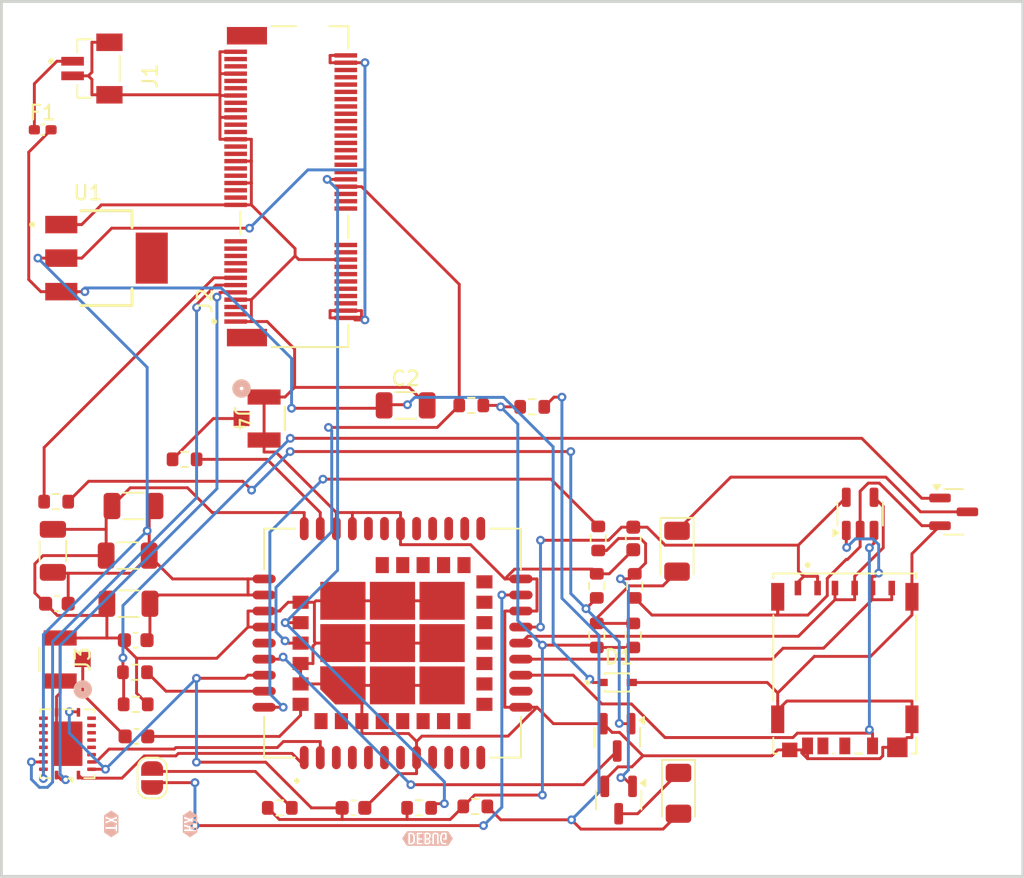
<source format=kicad_pcb>
(kicad_pcb (version 20240108) (generator "pcbnew") (generator_version "8.0")
  (layers (0 "F.Cu" signal) (31 "B.Cu" signal) (34 "B.Paste" user) (35 "F.Paste" user) (36 "B.SilkS" user "B.Silkscreen") (37 "F.SilkS" user "F.Silkscreen") (38 "B.Mask" user) (39 "F.Mask" user) (44 "Edge.Cuts" user))
  (net 0 "")
  (net 1 "GND")
  (net 3 "Net-(C7-Pad2)")
  (net 4 "GNSS_ANT")
  (net 5 "+1V8")
  (net 6 "SIM_VDD")
  (net 7 "Net-(D2-A)")
  (net 8 "Net-(D2-K)")
  (net 9 "SIM_DATA")
  (net 10 "SIM_CLK")
  (net 11 "SIM_RST")
  (net 12 "Net-(D4-K)")
  (net 13 "Net-(D4-A)")
  (net 17 "+3V3")
  (net 44 "Net-(JP1-A)")
  (net 45 "Net-(JP1-B)")
  (net 46 "Net-(Q1-B)")
  (net 47 "Net-(Q2-B)")
  (net 48 "PWR_KEY")
  (net 49 "Net-(Q3-B)")
  (net 50 "NETLIGHT")
  (net 51 "RF_ANT")
  (net 52 "SIM7080G_SCL")
  (net 53 "SIM7080G_SDA")
  (net 54 "STATUS")
  (net 55 "SIM7080G_PWR")
  (net 56 "SIM7080G_RXD")
  (net 57 "SIM7080G_TXD")
  (net 62 "UART1_RXD")
  (net 63 "UART1_TXD")
  (net 72 "Net-(J4-Pad1)")
  (net 73 "Net-(U1-INPUT)")
  (net 74 "+9V")
  (footprint "MDT420E03002:AMPHENOL_MDT420E03002" (layer "F.Cu") (at 171.125 89.1 90)
    (property "Reference" "J2")
    (property "Value" "MDT420E03002")
  )
  (footprint "Capacitor_SMD:C_0603_1608Metric" (layer "F.Cu") (at 193.1 113.225 -90)
    (property "Reference" "C12" (hide yes))
    (property "Value" "0.1uF" (hide yes))
  )
  (footprint "Resistor_SMD:R_0603_1608Metric" (layer "F.Cu") (at 186.175 104.2)
    (property "Reference" "R12" (hide yes))
    (property "Value" "100" (hide yes))
  )
  (footprint "Capacitor_SMD:C_1206_3216Metric" (layer "F.Cu") (at 158.85 111 180)
    (property "Reference" "C13" (hide yes))
    (property "Value" "100uF" (hide yes))
  )
  (footprint "NSIM_5_B:CUI_NSIM-5-B" (layer "F.Cu") (at 207.6 121.8 180)
    (property "Reference" "J5" (hide yes))
    (property "Value" "NSIM-5-B" (hide yes))
  )
  (footprint "Resistor_SMD:R_0603_1608Metric" (layer "F.Cu") (at 162.35 107.8)
    (property "Reference" "R7" (hide yes))
    (property "Value" "0K" (hide yes))
  )
  (footprint "Capacitor_SMD:C_1206_3216Metric" (layer "F.Cu") (at 153.325 114.075 90)
    (property "Reference" "C1" (hide yes))
    (property "Value" "10uF" (hide yes))
  )
  (footprint "Resistor_SMD:R_0603_1608Metric" (layer "F.Cu") (at 159 124.6 180)
    (property "Reference" "R9" (hide yes))
    (property "Value" "47K" (hide yes))
  )
  (footprint "Package_TO_SOT_SMD:SOT-23-5" (layer "F.Cu") (at 208.65 111.5375 90)
    (property "Reference" "D3" (hide yes))
    (property "Value" "ESDA6V1SC5" (hide yes))
  )
  (footprint "Package_DFN_QFN:Texas_RGY_R-PVQFN-N20_EP2.05x3.05mm" (layer "F.Cu") (at 154.325 127.3 180)
    (property "Reference" "U3" (hide yes))
    (property "Value" "TXB0108RGY" (hide yes))
  )
  (footprint "Package_TO_SOT_SMD:SOT-23" (layer "F.Cu") (at 192.1 131.1625 -90)
    (property "Reference" "Q2" (hide yes))
    (property "Value" "SS8050" (hide yes))
  )
  (footprint "BZT52C12S:DIO_BZT52C12S" (layer "F.Cu") (at 192 123.1)
    (property "Reference" "D1")
    (property "Value" "BZT52C12S")
  )
  (footprint "SIM7080G:XCVR_SIM7080G" (layer "F.Cu") (at 176.6 120.4 90)
    (property "Reference" "U2" (hide yes))
    (property "Value" "SIM7080G" (hide yes))
  )
  (footprint "LED_SMD:LED_1206_3216Metric" (layer "F.Cu") (at 196.2 130.7 -90)
    (property "Reference" "D4" (hide yes))
    (property "Value" "LED" (hide yes))
  )
  (footprint "Resistor_SMD:R_0603_1608Metric" (layer "F.Cu") (at 153.55 110.7 180)
    (property "Reference" "R15" (hide yes))
    (property "Value" "4.7K" (hide yes))
  )
  (footprint "Resistor_SMD:R_0603_1608Metric" (layer "F.Cu") (at 190.7 113.225 90)
    (property "Reference" "R13" (hide yes))
    (property "Value" "4.7K" (hide yes))
  )
  (footprint "LED_SMD:LED_1206_3216Metric" (layer "F.Cu") (at 196.1 114.1 -90)
    (property "Reference" "D2" (hide yes))
    (property "Value" "LED" (hide yes))
  )
  (footprint "Resistor_SMD:R_0603_1608Metric" (layer "F.Cu") (at 158.95 122.4)
    (property "Reference" "R6" (hide yes))
    (property "Value" "4.7K" (hide yes))
  )
  (footprint "AZ1117IH-3.3TRG1:SOT230P700X185-4N" (layer "F.Cu") (at 157 94)
    (property "Reference" "U1")
    (property "Value" "AZ1117IH-3.3TRG1")
  )
  (footprint "Capacitor_SMD:C_1206_3216Metric" (layer "F.Cu") (at 158.45 114.4 180)
    (property "Reference" "C14" (hide yes))
    (property "Value" "100uF" (hide yes))
  )
  (footprint "Capacitor_SMD:C_0603_1608Metric" (layer "F.Cu") (at 159.05 126.8 180)
    (property "Reference" "C7" (hide yes))
    (property "Value" "33pF" (hide yes))
  )
  (footprint "Resistor_SMD:R_0603_1608Metric" (layer "F.Cu") (at 193.2 116.475 90)
    (property "Reference" "R14" (hide yes))
    (property "Value" "47K" (hide yes))
  )
  (footprint "Capacitor_SMD:C_1206_3216Metric" (layer "F.Cu") (at 177.5 104.1)
    (property "Reference" "C2")
    (property "Value" "10uF")
  )
  (footprint "Resistor_SMD:R_0603_1608Metric" (layer "F.Cu") (at 182 104.1 180)
    (property "Reference" "R8" (hide yes))
    (property "Value" "1K" (hide yes))
  )
  (footprint "Capacitor_SMD:C_1206_3216Metric" (layer "F.Cu") (at 158.5 117.7 180)
    (property "Reference" "C15" (hide yes))
    (property "Value" "100uF" (hide yes))
  )
  (footprint "Package_TO_SOT_SMD:SOT-23" (layer "F.Cu") (at 192 126.8625 -90)
    (property "Reference" "Q3" (hide yes))
    (property "Value" "SS8050" (hide yes))
  )
  (footprint "CONUFL001:CONN1_CONUFL_TEC" (layer "F.Cu") (at 167.8 105 -90)
    (property "Reference" "J4")
    (property "Value" "RF Antenna")
  )
  (footprint "Jumper:SolderJumper-2_P1.3mm_Open_RoundedPad1.0x1.5mm" (layer "F.Cu") (at 160.125 129.65 -90)
    (property "Reference" "JP1" (hide yes))
    (property "Value" "SolderJumper_2_Open" (hide yes))
  )
  (footprint "BM02B-SRSS-TB_LF__SN_:JST_BM02B-SRSS-TB_LF__SN_" (layer "F.Cu") (at 157.2 81 -90)
    (property "Reference" "J1")
    (property "Value" "BM02B-SRSS-TB_LF__SN_")
  )
  (footprint "Resistor_SMD:R_0603_1608Metric" (layer "F.Cu") (at 168.875 131.7 180)
    (property "Reference" "R5" (hide yes))
    (property "Value" "10K" (hide yes))
  )
  (footprint "CONUFL001:CONN1_CONUFL_TEC" (layer "F.Cu") (at 153.825 121.525 90)
    (property "Reference" "J3")
    (property "Value" "GNSS Antenna")
  )
  (footprint "Resistor_SMD:R_0603_1608Metric" (layer "F.Cu") (at 190.6 116.475 -90)
    (property "Reference" "R16" (hide yes))
    (property "Value" "47K" (hide yes))
  )
  (footprint "Resistor_SMD:R_0603_1608Metric" (layer "F.Cu") (at 178.425 131.7)
    (property "Reference" "R10" (hide yes))
    (property "Value" "1K" (hide yes))
  )
  (footprint "Resistor_SMD:R_0603_1608Metric" (layer "F.Cu") (at 190.6 119.875 90)
    (property "Reference" "R3" (hide yes))
    (property "Value" "100" (hide yes))
  )
  (footprint "Capacitor_SMD:C_0603_1608Metric" (layer "F.Cu") (at 159 120.2 180)
    (property "Reference" "C16" (hide yes))
    (property "Value" "1uF" (hide yes))
  )
  (footprint "Package_TO_SOT_SMD:SOT-23" (layer "F.Cu") (at 215.0625 111.4)
    (property "Reference" "Q1" (hide yes))
    (property "Value" "SS8050" (hide yes))
  )
  (footprint "Resistor_SMD:R_0603_1608Metric" (layer "F.Cu") (at 182.275 131.6)
    (property "Reference" "R11" (hide yes))
    (property "Value" "100" (hide yes))
  )
  (footprint "Capacitor_SMD:C_0603_1608Metric" (layer "F.Cu") (at 153.6 117.7 180)
    (property "Reference" "C11" (hide yes))
    (property "Value" "0.1uF" (hide yes))
  )
  (footprint "Capacitor_SMD:C_0603_1608Metric" (layer "F.Cu") (at 173.925 131.7)
    (property "Reference" "C10" (hide yes))
    (property "Value" "0.1uF" (hide yes))
  )
  (footprint "Fuse:Fuse_0402_1005Metric_Pad0.77x0.64mm_HandSolder" (layer "F.Cu") (at 152.6275 85.2)
    (property "Reference" "F1")
    (property "Value" "Fuse")
  )
  (footprint "Resistor_SMD:R_0603_1608Metric" (layer "F.Cu") (at 193.1 119.875 90)
    (property "Reference" "R4" (hide yes))
    (property "Value" "100" (hide yes))
  )
  (footprint "kibuzzard-6729E0DB" (layer "B.Cu") (at 179 133.8)
    (property "Reference" "kibuzzard-6729E0DB" (hide yes))
    (property "Value" "G***" (hide yes))
  )
  (footprint "kibuzzard-6729E0B5" (layer "B.Cu") (at 162.725 132.8 90)
    (property "Reference" "kibuzzard-6729E0B5" (hide yes))
    (property "Value" "G***" (hide yes))
  )
  (footprint "kibuzzard-6729E0D0" (layer "B.Cu") (at 157.325 132.8 90)
    (property "Reference" "kibuzzard-6729E0D0" (hide yes))
    (property "Value" "G***" (hide yes))
  )
  (gr_rect (start 149.8 76.4) (end 219.8 136.4) (stroke (width 0.2)) (fill none) (layer "Edge.Cuts"))
  (segment (start 157.2 79.2) (end 155.9983 79.2) (width 0.2) (layer "F.Cu") (net 1))
  (segment (start 185.4 116) (end 186.5017 116) (width 0.2) (layer "F.Cu") (net 1))
  (segment (start 166.338 90.35) (end 166.8259 90.35) (width 0.2) (layer "F.Cu") (net 1))
  (segment (start 170.3 117.6) (end 169.4483 117.6) (width 0.2) (layer "F.Cu") (net 1))
  (segment (start 165.85 81.35) (end 164.7733 81.35) (width 0.2) (layer "F.Cu") (net 1))
  (segment (start 178.25 127.1498) (end 178.25 127.1483) (width 0.2) (layer "F.Cu") (net 1))
  (segment (start 157.025 120.05) (end 157.025 118.5035) (width 0.2) (layer "F.Cu") (net 1))
  (segment (start 202.2795 123.1) (end 203 123.8205) (width 0.2) (layer "F.Cu") (net 1))
  (segment (start 173.2 120.4) (end 171.3483 120.4) (width 0.2) (layer "F.Cu") (net 1))
  (segment (start 178.25 129.3517) (end 177.0483 129.3517) (width 0.2) (layer "F.Cu") (net 1))
  (segment (start 169.8913 102.8657) (end 169.232 103.525) (width 0.2) (layer "F.Cu") (net 1))
  (segment (start 167.8 118.2) (end 166.6983 118.2) (width 0.2) (layer "F.Cu") (net 1))
  (segment (start 152.6507 114.4) (end 156.975 114.4) (width 0.2) (layer "F.Cu") (net 1))
  (segment (start 205.5079 121.3127) (end 209.364 121.3127) (width 0.2) (layer "F.Cu") (net 1))
  (segment (start 176.6 120.4) (end 180 120.4) (width 0.2) (layer "F.Cu") (net 1))
  (segment (start 187.6267 125.925) (end 186.5017 124.8) (width 0.2) (layer "F.Cu") (net 1))
  (segment (start 186.5017 118.2) (end 186.5017 116) (width 0.2) (layer "F.Cu") (net 1))
  (segment (start 204.6517 127.725) (end 204.6517 127.9334) (width 0.2) (layer "F.Cu") (net 1))
  (segment (start 164.5567 121.4416) (end 159.0594 121.4416) (width 0.2) (layer "F.Cu") (net 1))
  (segment (start 193 123.1) (end 202.2795 123.1) (width 0.2) (layer "F.Cu") (net 1))
  (segment (start 155.7517 81.5) (end 155.9983 81.2534) (width 0.2) (layer "F.Cu") (net 1))
  (segment (start 168.0053 98.35) (end 169.8913 100.236) (width 0.2) (layer "F.Cu") (net 1))
  (segment (start 152.825 117.7) (end 152.0891 116.9641) (width 0.2) (layer "F.Cu") (net 1))
  (segment (start 210.0042 128.3267) (end 205.045 128.3267) (width 0.2) (layer "F.Cu") (net 1))
  (segment (start 165.85 87.35) (end 166.8259 87.35) (width 0.2) (layer "F.Cu") (net 1))
  (segment (start 166.9267 85.85) (end 166.9267 87.3485) (width 0.2) (layer "F.Cu") (net 1))
  (segment (start 205.0689 118.4767) (end 203 118.4767) (width 0.2) (layer "F.Cu") (net 1))
  (segment (start 185.4172 124.8) (end 185.4 124.8) (width 0.2) (layer "F.Cu") (net 1))
  (segment (start 173.85 111.4483) (end 177.15 111.4483) (width 0.2) (layer "F.Cu") (net 1))
  (segment (start 178.975 104.1) (end 177.7407 102.8657) (width 0.2) (layer "F.Cu") (net 1))
  (segment (start 167.8 103.525) (end 169.232 103.525) (width 0.2) (layer "F.Cu") (net 1))
  (segment (start 173.2 123.3) (end 174.5 123.3) (width 0.2) (layer "F.Cu") (net 1))
  (segment (start 208.65 112.675) (end 208.65 113.7942) (width 0.2) (layer "F.Cu") (net 1))
  (segment (start 173.85 112.55) (end 173.85 111.4483) (width 0.2) (layer "F.Cu") (net 1))
  (segment (start 211.8733 126.8767) (end 211.2 127.55) (width 0.2) (layer "F.Cu") (net 1))
  (segment (start 174.5 125.75) (end 174.5 126.6017) (width 0.2) (layer "F.Cu") (net 1))
  (segment (start 166.9267 98.35) (end 168.0053 98.35) (width 0.2) (layer "F.Cu") (net 1))
  (segment (start 155.9983 81.2534) (end 155.9983 79.2) (width 0.2) (layer "F.Cu") (net 1))
  (segment (start 193.7649 128.1272) (end 202.5961 128.1272) (width 0.2) (layer "F.Cu") (net 1))
  (segment (start 169.9252 93.85) (end 170.1752 94.1) (width 0.2) (layer "F.Cu") (net 1))
  (segment (start 203 124.9991) (end 203.6258 124.3733) (width 0.2) (layer "F.Cu") (net 1))
  (segment (start 191.6502 126.5252) (end 192.1629 126.5252) (width 0.2) (layer "F.Cu") (net 1))
  (segment (start 171.1517 120.5966) (end 171.3483 120.4) (width 0.2) (layer "F.Cu") (net 1))
  (segment (start 153.575 126.55) (end 154.325 127.3) (width 0.2) (layer "F.Cu") (net 1))
  (segment (start 166.8259 90.35) (end 166.9267 90.35) (width 0.2) (layer "F.Cu") (net 1))
  (segment (start 159.0594 123.8344) (end 159.825 124.6) (width 0.2) (layer "F.Cu") (net 1))
  (segment (start 185.4 118.2) (end 184.2983 118.2) (width 0.2) (layer "F.Cu") (net 1))
  (segment (start 158.225 120.6072) (end 158.225 120.2) (width 0.2) (layer "F.Cu") (net 1))
  (segment (start 177.15 112.55) (end 177.15 113.6517) (width 0.2) (layer "F.Cu") (net 1))
  (segment (start 212.2 117.225) (end 212.2 118.4767) (width 0.2) (layer "F.Cu") (net 1))
  (segment (start 156.5992 82.8) (end 157.2 82.8) (width 0.2) (layer "F.Cu") (net 1))
  (segment (start 211.2 127.55) (end 210.1983 127.55) (width 0.2) (layer "F.Cu") (net 1))
  (segment (start 165.85 84.35) (end 164.7748 84.35) (width 0.2) (layer "F.Cu") (net 1))
  (segment (start 184.9731 115.3252) (end 184.2983 116) (width 0.2) (layer "F.Cu") (net 1))
  (segment (start 192.1629 126.5252) (end 193.7649 128.1272) (width 0.2) (layer "F.Cu") (net 1))
  (segment (start 168.5991 107.2974) (end 167.8 107.2974) (width 0.2) (layer "F.Cu") (net 1))
  (segment (start 191.45 115.65) (end 193.1 114) (width 0.2) (layer "F.Cu") (net 1))
  (segment (start 210.1983 128.1326) (end 210.0042 128.3267) (width 0.2) (layer "F.Cu") (net 1))
  (segment (start 153.575 125.15) (end 153.575 126.55) (width 0.2) (layer "F.Cu") (net 1))
  (segment (start 164.7748 84.35) (end 164.7733 84.35) (width 0.2) (layer "F.Cu") (net 1))
  (segment (start 209.962 109.4276) (end 212.8844 112.35) (width 0.2) (layer "F.Cu") (net 1))
  (segment (start 167.8 118.2) (end 168.9017 118.2) (width 0.2) (layer "F.Cu") (net 1))
  (segment (start 178.25 127.2491) (end 178.25 127.1498) (width 0.2) (layer "F.Cu") (net 1))
  (segment (start 166.3884 85.85) (end 165.85 85.85) (width 0.2) (layer "F.Cu") (net 1))
  (segment (start 203.825 127.725) (end 204.6517 127.725) (width 0.2) (layer "F.Cu") (net 1))
  (segment (start 153.575 124.0724) (end 153.575 125.15) (width 0.2) (layer "F.Cu") (net 1))
  (segment (start 207.6935 114.6644) (end 206.3983 115.9596) (width 0.2) (layer "F.Cu") (net 1))
  (segment (start 212.2 126.8767) (end 211.8733 126.8767) (width 0.2) (layer "F.Cu") (net 1))
  (segment (start 165.85 90.35) (end 156.6517 90.35) (width 0.2) (layer "F.Cu") (net 1))
  (segment (start 185.4172 124.8) (end 186.5017 124.8) (width 0.2) (layer "F.Cu") (net 1))
  (segment (start 193.0059 128.8862) (end 193.7649 128.1272) (width 0.2) (layer "F.Cu") (net 1))
  (segment (start 164.7733 82.8) (end 164.7733 81.35) (width 0.2) (layer "F.Cu") (net 1))
  (segment (start 205.045 127.45) (end 205.045 128.3267) (width 0.2) (layer "F.Cu") (net 1))
  (segment (start 209.364 121.3127) (end 212.2 118.4767) (width 0.2) (layer "F.Cu") (net 1))
  (segment (start 156.5992 82.8) (end 155.9983 82.8) (width 0.2) (layer "F.Cu") (net 1))
  (segment (start 208.65 112.675) (end 208.65 109.9861) (width 0.2) (layer "F.Cu") (net 1))
  (segment (start 204.6517 127.9334) (end 205.045 128.3267) (width 0.2) (layer "F.Cu") (net 1))
  (segment (start 156.6517 90.35) (end 155.3017 91.7) (width 0.2) (layer "F.Cu") (net 1))
  (segment (start 159.0594 121.4416) (end 158.225 120.6072) (width 0.2) (layer "F.Cu") (net 1))
  (segment (start 212.2 114.275) (end 212.2 117.225) (width 0.2) (layer "F.Cu") (net 1))
  (segment (start 166.9252 87.35) (end 166.9267 87.35) (width 0.2) (layer "F.Cu") (net 1))
  (segment (start 166.9267 98.35) (end 166.9267 96.85) (width 0.2) (layer "F.Cu") (net 1))
  (segment (start 170.3 121.8) (end 170.3 122.5517) (width 0.2) (layer "F.Cu") (net 1))
  (segment (start 178.25 128.2328) (end 178.25 128.25) (width 0.2) (layer "F.Cu") (net 1))
  (segment (start 203.825 127.725) (end 202.9983 127.725) (width 0.2) (layer "F.Cu") (net 1))
  (segment (start 168.9017 118.2) (end 168.9017 118.1466) (width 0.2) (layer "F.Cu") (net 1))
  (segment (start 171.2483 117.6) (end 171.2483 120.3) (width 0.2) (layer "F.Cu") (net 1))
  (segment (start 167.8 106.475) (end 167.8 103.525) (width 0.2) (layer "F.Cu") (net 1))
  (segment (start 153.825 123.8224) (end 153.575 124.0724) (width 0.2) (layer "F.Cu") (net 1))
  (segment (start 184.2983 124.8) (end 184.2983 118.2) (width 0.2) (layer "F.Cu") (net 1))
  (segment (start 203 125.625) (end 203 124.9991) (width 0.2) (layer "F.Cu") (net 1))
  (segment (start 166.8259 96.85) (end 166.9252 96.85) (width 0.2) (layer "F.Cu") (net 1))
  (segment (start 169.9252 93.3485) (end 166.9267 90.35) (width 0.2) (layer "F.Cu") (net 1))
  (segment (start 184.5222 126.7795) (end 186.5017 124.8) (width 0.2) (layer "F.Cu") (net 1))
  (segment (start 203 118.4767) (end 194.3767 118.4767) (width 0.2) (layer "F.Cu") (net 1))
  (segment (start 170.55 112.55) (end 170.55 111.4483) (width 0.2) (layer "F.Cu") (net 1))
  (segment (start 165.85 98.35) (end 166.9267 98.35) (width 0.2) (layer "F.Cu") (net 1))
  (segment (start 210.1983 127.55) (end 210.1983 128.1326) (width 0.2) (layer "F.Cu") (net 1))
  (segment (start 185.4 116) (end 184.2983 116) (width 0.2) (layer "F.Cu") (net 1))
  (segment (start 158.075 120.05) (end 157.025 120.05) (width 0.2) (layer "F.Cu") (net 1))
  (segment (start 153.6285 118.5035) (end 152.825 117.7) (width 0.2) (layer "F.Cu") (net 1))
  (segment (start 173.1 123.2) (end 173.2 123.3) (width 0.2) (layer "F.Cu") (net 1))
  (segment (start 165.85 82.85) (end 164.775 82.85) (width 0.2) (layer "F.Cu") (net 1))
  (segment (start 202.5961 128.1272) (end 202.9983 127.725) (width 0.2) (layer "F.Cu") (net 1))
  (segment (start 167.8 119.3) (end 166.6983 119.3) (width 0.2) (layer "F.Cu") (net 1))
  (segment (start 214.125 112.35) (end 212.2 114.275) (width 0.2) (layer "F.Cu") (net 1))
  (segment (start 157.025 118.5035) (end 157.025 117.7) (width 0.2) (layer "F.Cu") (net 1))
  (segment (start 194.3767 118.4767) (end 193.2 117.3) (width 0.2) (layer "F.Cu") (net 1))
  (segment (start 173.2 117.5) (end 171.3483 117.5) (width 0.2) (layer "F.Cu") (net 1))
  (segment (start 207.7798 114.6644) (end 207.6935 114.6644) (width 0.2) (layer "F.Cu") (net 1))
  (segment (start 166.6983 119.3) (end 164.5567 121.4416) (width 0.2) (layer "F.Cu") (net 1))
  (segment (start 177.15 113.6517) (end 181.95 113.6517) (width 0.2) (layer "F.Cu") (net 1))
  (segment (start 166.9267 88.85) (end 166.9267 90.35) (width 0.2) (layer "F.Cu") (net 1))
  (segment (start 166.8259 87.35) (end 166.9252 87.35) (width 0.2) (layer "F.Cu") (net 1))
  (segment (start 203 124.9991) (end 203 124.3733) (width 0.2) (layer "F.Cu") (net 1))
  (segment (start 153.825 120.05) (end 155.257 120.05) (width 0.2) (layer "F.Cu") (net 1))
  (segment (start 209.2085 109.4276) (end 209.962 109.4276) (width 0.2) (layer "F.Cu") (net 1))
  (segment (start 155.9983 82.8) (end 155.9983 81.7466) (width 0.2) (layer "F.Cu") (net 1))
  (segment (start 158.624 109.751) (end 157.375 111) (width 0.2) (layer "F.Cu") (net 1))
  (segment (start 165.85 96.85) (end 166.8259 96.85) (width 0.2) (layer "F.Cu") (net 1))
  (segment (start 154.675 81.5) (end 155.7517 81.5) (width 0.2) (layer "F.Cu") (net 1))
  (segment (start 192.0559 128.8862) (end 193.0059 128.8862) (width 0.2) (layer "F.Cu") (net 1))
  (segment (start 185.4 118.2) (end 186.5017 118.2) (width 0.2) (layer "F.Cu") (net 1))
  (segment (start 180 123.3) (end 176.6 123.3) (width 0.2) (layer "F.Cu") (net 1))
  (segment (start 172.75 111.4483) (end 173.85 111.4483) (width 0.2) (layer "F.Cu") (net 1))
  (segment (start 153.825 123) (end 153.825 123.8224) (width 0.2) (layer "F.Cu") (net 1))
  (segment (start 169.8913 100.236) (end 169.8913 102.8657) (width 0.2) (layer "F.Cu") (net 1))
  (segment (start 153.9 91.7) (end 155.3017 91.7) (width 0.2) (layer "F.Cu") (net 1))
  (segment (start 166.3884 85.85) (end 166.9267 85.85) (width 0.2) (layer "F.Cu") (net 1))
  (segment (start 166.9252 96.85) (end 166.9267 96.85) (width 0.2) (layer "F.Cu") (net 1))
  (segment (start 191.05 125.925) (end 191.6502 126.5252) (width 0.2) (layer "F.Cu") (net 1))
  (segment (start 159.0594 121.4416) (end 159.0594 123.8344) (width 0.2) (layer "F.Cu") (net 1))
  (segment (start 190.6 115.65) (end 191.45 115.65) (width 0.2) (layer "F.Cu") (net 1))
  (segment (start 203 123.8205) (end 203 124.3733) (width 0.2) (layer "F.Cu") (net 1))
  (segment (start 173.2 117.5) (end 176.6 117.5) (width 0.2) (layer "F.Cu") (net 1))
  (segment (start 173.2 120.4) (end 176.6 120.4) (width 0.2) (layer "F.Cu") (net 1))
  (segment (start 177.7034 126.6017) (end 178.25 127.1483) (width 0.2) (layer "F.Cu") (net 1))
  (segment (start 178.25 128.2328) (end 178.25 127.2491) (width 0.2) (layer "F.Cu") (net 1))
  (segment (start 170.3 121.8) (end 171.1517 121.8) (width 0.2) (layer "F.Cu") (net 1))
  (segment (start 153.825 120.05) (end 153.825 123) (width 0.2) (layer "F.Cu") (net 1))
  (segment (start 166.338 90.35) (end 165.85 90.35) (width 0.2) (layer "F.Cu") (net 1))
  (segment (start 165.85 88.85) (end 166.8259 88.85) (width 0.2) (layer "F.Cu") (net 1))
  (segment (start 174.5 123.3) (end 174.5 125.75) (width 0.2) (layer "F.Cu") (net 1))
  (segment (start 208.65 113.7942) (end 207.7798 114.6644) (width 0.2) (layer "F.Cu") (net 1))
  (segment (start 165.85 85.85) (end 164.7733 85.85) (width 0.2) (layer "F.Cu") (net 1))
  (segment (start 212.2 125.625) (end 212.2 124.3733) (width 0.2) (layer "F.Cu") (net 1))
  (segment (start 158.225 120.2) (end 158.075 120.05) (width 0.2) (layer "F.Cu") (net 1))
  (segment (start 203 117.225) (end 203 118.4767) (width 0.2) (layer "F.Cu") (net 1))
  (segment (start 181.95 113.6517) (end 184.2983 116) (width 0.2) (layer "F.Cu") (net 1))
  (segment (start 205.5079 121.3126) (end 205.5079 121.3127) (width 0.2) (layer "F.Cu") (net 1))
  (segment (start 152.0891 116.9641) (end 152.0891 114.9616) (width 0.2) (layer "F.Cu") (net 1))
  (segment (start 166.9252 96.85) (end 169.9252 93.85) (width 0.2) (layer "F.Cu") (net 1))
  (segment (start 185.4 124.8) (end 184.2983 124.8) (width 0.2) (layer "F.Cu") (net 1))
  (segment (start 156.975 114.4) (end 156.975 112.6) (width 0.2) (layer "F.Cu") (net 1))
  (segment (start 168.9017 118.1466) (end 169.4483 117.6) (width 0.2) (layer "F.Cu") (net 1))
  (segment (start 166.6983 118.2) (end 166.6983 119.3) (width 0.2) (layer "F.Cu") (net 1))
  (segment (start 206.3983 117.1473) (end 205.0689 118.4767) (width 0.2) (layer "F.Cu") (net 1))
  (segment (start 178.6203 126.7795) (end 184.5222 126.7795) (width 0.2) (layer "F.Cu") (net 1))
  (segment (start 157.025 118.5035) (end 153.6285 118.5035) (width 0.2) (layer "F.Cu") (net 1))
  (segment (start 164.7733 81.35) (end 164.7733 79.85) (width 0.2) (layer "F.Cu") (net 1))
  (segment (start 171.2483 120.3) (end 171.3483 120.4) (width 0.2) (layer "F.Cu") (net 1))
  (segment (start 178.25 127.1498) (end 178.6203 126.7795) (width 0.2) (layer "F.Cu") (net 1))
  (segment (start 212.2 125.625) (end 212.2 126.8767) (width 0.2) (layer "F.Cu") (net 1))
  (segment (start 177.15 112.55) (end 177.15 111.4483) (width 0.2) (layer "F.Cu") (net 1))
  (segment (start 170.3 117.6) (end 171.2483 117.6) (width 0.2) (layer "F.Cu") (net 1))
  (segment (start 191.15 130.225) (end 191.15 129.7921) (width 0.2) (layer "F.Cu") (net 1))
  (segment (start 191.05 125.925) (end 187.6267 125.925) (width 0.2) (layer "F.Cu") (net 1))
  (segment (start 164.2443 111.4483) (end 162.547 109.751) (width 0.2) (layer "F.Cu") (net 1))
  (segment (start 156.975 112.6) (end 156.975 111.4) (width 0.2) (layer "F.Cu") (net 1))
  (segment (start 203 123.8205) (end 205.5079 121.3126) (width 0.2) (layer "F.Cu") (net 1))
  (segment (start 206.3983 115.9596) (end 206.3983 117.1473) (width 0.2) (layer "F.Cu") (net 1))
  (segment (start 170.3 123.2) (end 173.1 123.2) (width 0.2) (layer "F.Cu") (net 1))
  (segment (start 156.975 111.4) (end 157.375 111) (width 0.2) (layer "F.Cu") (net 1))
  (segment (start 162.547 109.751) (end 158.624 109.751) (width 0.2) (layer "F.Cu") (net 1))
  (segment (start 164.7733 82.8483) (end 164.7733 82.8) (width 0.2) (layer "F.Cu") (net 1))
  (segment (start 153.325 112.6) (end 156.975 112.6) (width 0.2) (layer "F.Cu") (net 1))
  (segment (start 170.55 111.4483) (end 164.2443 111.4483) (width 0.2) (layer "F.Cu") (net 1))
  (segment (start 166.9267 87.3485) (end 166.9252 87.35) (width 0.2) (layer "F.Cu") (net 1))
  (segment (start 180 117.5) (end 176.6 117.5) (width 0.2) (layer "F.Cu") (net 1))
  (segment (start 166.9267 88.8485) (end 166.9252 88.85) (width 0.2) (layer "F.Cu") (net 1))
  (segment (start 190.6 115.65) (end 190.2752 115.3252) (width 0.2) (layer "F.Cu") (net 1))
  (segment (start 166.9252 88.85) (end 166.9267 88.85) (width 0.2) (layer "F.Cu") (net 1))
  (segment (start 155.9983 81.7466) (end 155.7517 81.5) (width 0.2) (layer "F.Cu") (net 1))
  (segment (start 169.9252 93.85) (end 169.9252 93.3485) (width 0.2) (layer "F.Cu") (net 1))
  (segment (start 171.2483 117.6) (end 171.3483 117.5) (width 0.2) (layer "F.Cu") (net 1))
  (segment (start 167.8 106.475) (end 167.8 107.2974) (width 0.2) (layer "F.Cu") (net 1))
  (segment (start 164.7733 84.3515) (end 164.7748 84.35) (width 0.2) (layer "F.Cu") (net 1))
  (segment (start 174.5 126.6017) (end 177.7034 126.6017) (width 0.2) (layer "F.Cu") (net 1))
  (segment (start 164.775 82.85) (end 164.7733 82.8517) (width 0.2) (layer "F.Cu") (net 1))
  (segment (start 178.25 128.25) (end 178.25 129.3517) (width 0.2) (layer "F.Cu") (net 1))
  (segment (start 157.2 82.8) (end 164.7733 82.8) (width 0.2) (layer "F.Cu") (net 1))
  (segment (start 174.5 123.3) (end 176.6 123.3) (width 0.2) (layer "F.Cu") (net 1))
  (segment (start 208.65 109.9861) (end 209.2085 109.4276) (width 0.2) (layer "F.Cu") (net 1))
  (segment (start 164.775 82.85) (end 164.7733 82.8483) (width 0.2) (layer "F.Cu") (net 1))
  (segment (start 171.1517 121.8) (end 171.1517 120.5966) (width 0.2) (layer "F.Cu") (net 1))
  (segment (start 191.15 129.7921) (end 192.0559 128.8862) (width 0.2) (layer "F.Cu") (net 1))
  (segment (start 170.1752 94.1) (end 173.4 94.1) (width 0.2) (layer "F.Cu") (net 1))
  (segment (start 157.025 120.05) (end 155.257 120.05) (width 0.2) (layer "F.Cu") (net 1))
  (segment (start 203.6258 124.3733) (end 212.2 124.3733) (width 0.2) (layer "F.Cu") (net 1))
  (segment (start 177.0483 129.3517) (end 174.7 131.7) (width 0.2) (layer "F.Cu") (net 1))
  (segment (start 203 117.225) (end 203 118.4767) (width 0.2) (layer "F.Cu") (net 1))
  (segment (start 172.75 111.4483) (end 168.5991 107.2974) (width 0.2) (layer "F.Cu") (net 1))
  (segment (start 164.7733 85.85) (end 164.7733 84.3515) (width 0.2) (layer "F.Cu") (net 1))
  (segment (start 164.7733 82.8517) (end 164.7733 84.35) (width 0.2) (layer "F.Cu") (net 1))
  (segment (start 165.85 79.85) (end 164.7733 79.85) (width 0.2) (layer "F.Cu") (net 1))
  (segment (start 212.8844 112.35) (end 214.125 112.35) (width 0.2) (layer "F.Cu") (net 1))
  (segment (start 166.9267 87.35) (end 166.9267 88.8485) (width 0.2) (layer "F.Cu") (net 1))
  (segment (start 166.8259 88.85) (end 166.9252 88.85) (width 0.2) (layer "F.Cu") (net 1))
  (segment (start 170.3 123.2) (end 170.3 122.5517) (width 0.2) (layer "F.Cu") (net 1))
  (segment (start 177.7407 102.8657) (end 169.8913 102.8657) (width 0.2) (layer "F.Cu") (net 1))
  (segment (start 152.0891 114.9616) (end 152.6507 114.4) (width 0.2) (layer "F.Cu") (net 1))
  (segment (start 172.75 112.55) (end 172.75 111.5491) (width 0.2) (layer "F.Cu") (net 1))
  (segment (start 172.75 111.5491) (end 172.75 111.4483) (width 0.2) (layer "F.Cu") (net 1))
  (segment (start 190.2752 115.3252) (end 184.9731 115.3252) (width 0.2) (layer "F.Cu") (net 1))
  (segment (start 155.3696 121.525) (end 155.3696 122.3474) (width 0.2) (layer "F.Cu") (net 3))
  (segment (start 158.275 126.8) (end 155.3696 123.8946) (width 0.2) (layer "F.Cu") (net 3))
  (segment (start 155.3696 123.8946) (end 155.3696 122.3474) (width 0.2) (layer "F.Cu") (net 3))
  (segment (start 170.3 124.6) (end 170.3 125.3517) (width 0.2) (layer "F.Cu") (net 4))
  (segment (start 170.3 125.3517) (end 168.8517 126.8) (width 0.2) (layer "F.Cu") (net 4))
  (segment (start 168.8517 126.8) (end 159.825 126.8) (width 0.2) (layer "F.Cu") (net 4))
  (segment (start 166.6983 122.6) (end 166.4859 122.8124) (width 0.2) (layer "F.Cu") (net 5))
  (segment (start 182.2275 130.8225) (end 186.8727 130.8225) (width 0.2) (layer "F.Cu") (net 5))
  (segment (start 180.5558 132.4942) (end 177.6 132.4942) (width 0.2) (layer "F.Cu") (net 5))
  (segment (start 166.4859 122.8124) (end 163.165 122.8124) (width 0.2) (layer "F.Cu") (net 5))
  (segment (start 185.35 104.2) (end 184.0113 104.2) (width 0.2) (layer "F.Cu") (net 5))
  (segment (start 190.439 120.539) (end 186.8727 120.539) (width 0.2) (layer "F.Cu") (net 5))
  (segment (start 173.15 132.4942) (end 168.8442 132.4942) (width 0.2) (layer "F.Cu") (net 5))
  (segment (start 177.6 132.4942) (end 173.15 132.4942) (width 0.2) (layer "F.Cu") (net 5))
  (segment (start 168.8442 132.4942) (end 168.05 131.7) (width 0.2) (layer "F.Cu") (net 5))
  (segment (start 167.9092 128.5672) (end 163.165 128.5672) (width 0.2) (layer "F.Cu") (net 5))
  (segment (start 190.6 120.7) (end 190.439 120.539) (width 0.2) (layer "F.Cu") (net 5))
  (segment (start 171.042 131.7) (end 167.9092 128.5672) (width 0.2) (layer "F.Cu") (net 5))
  (segment (start 156.9274 129.05) (end 155.975 129.05) (width 0.2) (layer "F.Cu") (net 5))
  (segment (start 181.45 131.6) (end 182.2275 130.8225) (width 0.2) (layer "F.Cu") (net 5))
  (segment (start 177.6 132.4942) (end 177.6 131.7) (width 0.2) (layer "F.Cu") (net 5))
  (segment (start 193.1 120.7) (end 190.6 120.7) (width 0.2) (layer "F.Cu") (net 5))
  (segment (start 155.075 125.15) (end 155.0373 125.1123) (width 0.2) (layer "F.Cu") (net 5))
  (segment (start 183.9113 104.1) (end 182.825 104.1) (width 0.2) (layer "F.Cu") (net 5))
  (segment (start 173.15 131.7) (end 171.042 131.7) (width 0.2) (layer "F.Cu") (net 5))
  (segment (start 155.0373 125.1123) (end 154.4514 125.1123) (width 0.2) (layer "F.Cu") (net 5))
  (segment (start 167.8 122.6) (end 166.6983 122.6) (width 0.2) (layer "F.Cu") (net 5))
  (segment (start 184.0113 104.2) (end 183.9113 104.1) (width 0.2) (layer "F.Cu") (net 5))
  (segment (start 173.15 131.7) (end 173.15 132.4942) (width 0.2) (layer "F.Cu") (net 5))
  (segment (start 181.45 131.6) (end 180.5558 132.4942) (width 0.2) (layer "F.Cu") (net 5))
  (via (at 184.0113 104.2) (size 0.6) (drill 0.3) (layers "F.Cu" "B.Cu") (net 5))
  (via (at 156.9274 129.05) (size 0.6) (drill 0.3) (layers "F.Cu" "B.Cu") (net 5))
  (via (at 186.8727 130.8225) (size 0.6) (drill 0.3) (layers "F.Cu" "B.Cu") (net 5))
  (via (at 163.165 128.5672) (size 0.6) (drill 0.3) (layers "F.Cu" "B.Cu") (net 5))
  (via (at 154.4514 125.1123) (size 0.6) (drill 0.3) (layers "F.Cu" "B.Cu") (net 5))
  (via (at 163.165 122.8124) (size 0.6) (drill 0.3) (layers "F.Cu" "B.Cu") (net 5))
  (via (at 186.8727 120.539) (size 0.6) (drill 0.3) (layers "F.Cu" "B.Cu") (net 5))
  (segment (start 185.1878 118.8541) (end 186.8727 120.539) (width 0.2) (layer "B.Cu") (net 5))
  (segment (start 163.165 122.8124) (end 156.9274 129.05) (width 0.2) (layer "B.Cu") (net 5))
  (segment (start 186.8727 120.539) (end 186.8727 130.8225) (width 0.2) (layer "B.Cu") (net 5))
  (segment (start 163.165 122.8124) (end 163.165 128.5672) (width 0.2) (layer "B.Cu") (net 5))
  (segment (start 185.1878 105.3765) (end 185.1878 118.8541) (width 0.2) (layer "B.Cu") (net 5))
  (segment (start 154.4514 126.574) (end 154.4514 125.1123) (width 0.2) (layer "B.Cu") (net 5))
  (segment (start 156.9274 129.05) (end 154.4514 126.574) (width 0.2) (layer "B.Cu") (net 5))
  (segment (start 184.0113 104.2) (end 185.1878 105.3765) (width 0.2) (layer "B.Cu") (net 5))
  (segment (start 205.735 115.9991) (end 205.735 115.9748) (width 0.2) (layer "F.Cu") (net 6))
  (segment (start 193.1 112.45) (end 192.2998 112.45) (width 0.2) (layer "F.Cu") (net 6))
  (segment (start 193.1 112.45) (end 194.0499 112.45) (width 0.2) (layer "F.Cu") (net 6))
  (segment (start 205.735 116.625) (end 205.735 115.9991) (width 0.2) (layer "F.Cu") (net 6))
  (segment (start 204.385 116.625) (end 204.385 116.2241) (width 0.2) (layer "F.Cu") (net 6))
  (segment (start 191.4023 113.3475) (end 186.7434 113.3475) (width 0.2) (layer "F.Cu") (net 6))
  (segment (start 204.4178 113.6822) (end 207.7 110.4) (width 0.2) (layer "F.Cu") (net 6))
  (segment (start 186.7434 119.3) (end 185.4 119.3) (width 0.2) (layer "F.Cu") (net 6))
  (segment (start 204.385 116.2241) (end 204.7858 115.8233) (width 0.2) (layer "F.Cu") (net 6))
  (segment (start 204.4178 115.4553) (end 204.7858 115.8233) (width 0.2) (layer "F.Cu") (net 6))
  (segment (start 192.2998 112.45) (end 191.4023 113.3475) (width 0.2) (layer "F.Cu") (net 6))
  (segment (start 204.4178 113.6822) (end 204.4178 115.4553) (width 0.2) (layer "F.Cu") (net 6))
  (segment (start 204.7858 115.8233) (end 205.735 115.8233) (width 0.2) (layer "F.Cu") (net 6))
  (segment (start 205.735 115.9748) (end 205.735 115.8233) (width 0.2) (layer "F.Cu") (net 6))
  (segment (start 194.0499 112.45) (end 195.2821 113.6822) (width 0.2) (layer "F.Cu") (net 6))
  (segment (start 195.2821 113.6822) (end 204.4178 113.6822) (width 0.2) (layer "F.Cu") (net 6))
  (via (at 186.7434 113.3475) (size 0.6) (drill 0.3) (layers "F.Cu" "B.Cu") (net 6))
  (via (at 186.7434 119.3) (size 0.6) (drill 0.3) (layers "F.Cu" "B.Cu") (net 6))
  (segment (start 186.7434 119.3) (end 186.7434 113.3475) (width 0.2) (layer "B.Cu") (net 6))
  (segment (start 195.125 116.475) (end 196.1 115.5) (width 0.2) (layer "F.Cu") (net 7))
  (segment (start 190.6 118.6855) (end 192.8105 116.475) (width 0.2) (layer "F.Cu") (net 7))
  (segment (start 190.6 119.05) (end 190.6 118.6855) (width 0.2) (layer "F.Cu") (net 7))
  (segment (start 193.1 119.05) (end 190.6 119.05) (width 0.2) (layer "F.Cu") (net 7))
  (segment (start 192.8105 116.475) (end 195.125 116.475) (width 0.2) (layer "F.Cu") (net 7))
  (segment (start 212.7915 111.4) (end 210.4098 109.0183) (width 0.2) (layer "F.Cu") (net 8))
  (segment (start 216 111.4) (end 212.7915 111.4) (width 0.2) (layer "F.Cu") (net 8))
  (segment (start 210.4098 109.0183) (end 199.7817 109.0183) (width 0.2) (layer "F.Cu") (net 8))
  (segment (start 199.7817 109.0183) (end 196.1 112.7) (width 0.2) (layer "F.Cu") (net 8))
  (segment (start 209.5 127.45) (end 209.5 126.5733) (width 0.2) (layer "F.Cu") (net 9))
  (segment (start 209.2845 126.5733) (end 209.5 126.5733) (width 0.2) (layer "F.Cu") (net 9))
  (segment (start 204.3494 126.5733) (end 209.2845 126.5733) (width 0.2) (layer "F.Cu") (net 9))
  (segment (start 204.046 126.8767) (end 204.3494 126.5733) (width 0.2) (layer "F.Cu") (net 9))
  (segment (start 185.4 122.6) (end 188.982 122.6) (width 0.2) (layer "F.Cu") (net 9))
  (segment (start 190.9541 124.5721) (end 192.9743 124.5721) (width 0.2) (layer "F.Cu") (net 9))
  (segment (start 188.982 122.6) (end 190.9541 124.5721) (width 0.2) (layer "F.Cu") (net 9))
  (segment (start 209.6 112.675) (end 209.6 113.5506) (width 0.2) (layer "F.Cu") (net 9))
  (segment (start 209.2845 126.5733) (end 209.2845 126.3411) (width 0.2) (layer "F.Cu") (net 9))
  (segment (start 195.2789 126.8767) (end 204.046 126.8767) (width 0.2) (layer "F.Cu") (net 9))
  (segment (start 209.6 113.5506) (end 209.2845 113.8661) (width 0.2) (layer "F.Cu") (net 9))
  (segment (start 192.9743 124.5721) (end 195.2789 126.8767) (width 0.2) (layer "F.Cu") (net 9))
  (via (at 209.2845 113.8661) (size 0.6) (drill 0.3) (layers "F.Cu" "B.Cu") (net 9))
  (via (at 209.2845 126.3411) (size 0.6) (drill 0.3) (layers "F.Cu" "B.Cu") (net 9))
  (segment (start 209.2845 113.8661) (end 209.2845 126.3411) (width 0.2) (layer "B.Cu") (net 9))
  (segment (start 207.7 113.8196) (end 207.7264 113.846) (width 0.2) (layer "F.Cu") (net 10))
  (segment (start 206.1384 120.7533) (end 209.465 117.4267) (width 0.2) (layer "F.Cu") (net 10))
  (segment (start 207.7 112.675) (end 207.7 113.8196) (width 0.2) (layer "F.Cu") (net 10))
  (segment (start 203.3678 120.7533) (end 206.1384 120.7533) (width 0.2) (layer "F.Cu") (net 10))
  (segment (start 209.6941 115.8233) (end 209.9199 115.5975) (width 0.2) (layer "F.Cu") (net 10))
  (segment (start 210.815 117.4267) (end 209.465 117.4267) (width 0.2) (layer "F.Cu") (net 10))
  (segment (start 202.6211 121.5) (end 203.3678 120.7533) (width 0.2) (layer "F.Cu") (net 10))
  (segment (start 185.4 121.5) (end 202.6211 121.5) (width 0.2) (layer "F.Cu") (net 10))
  (segment (start 209.465 116.625) (end 209.465 117.4267) (width 0.2) (layer "F.Cu") (net 10))
  (segment (start 210.815 116.625) (end 210.815 117.4267) (width 0.2) (layer "F.Cu") (net 10))
  (segment (start 209.465 116.625) (end 209.465 115.8233) (width 0.2) (layer "F.Cu") (net 10))
  (segment (start 209.465 115.8233) (end 209.6941 115.8233) (width 0.2) (layer "F.Cu") (net 10))
  (via (at 209.9199 115.5975) (size 0.6) (drill 0.3) (layers "F.Cu" "B.Cu") (net 10))
  (via (at 207.7264 113.846) (size 0.6) (drill 0.3) (layers "F.Cu" "B.Cu") (net 10))
  (segment (start 207.7264 113.846) (end 208.3178 113.2546) (width 0.2) (layer "B.Cu") (net 10))
  (segment (start 209.5352 113.2546) (end 209.9199 113.6393) (width 0.2) (layer "B.Cu") (net 10))
  (segment (start 208.3178 113.2546) (end 209.5352 113.2546) (width 0.2) (layer "B.Cu") (net 10))
  (segment (start 209.9199 113.6393) (end 209.9199 115.5975) (width 0.2) (layer "B.Cu") (net 10))
  (segment (start 185.4 120.4) (end 185.8673 119.9327) (width 0.2) (layer "F.Cu") (net 11))
  (segment (start 208.275 117.4267) (end 206.925 117.4267) (width 0.2) (layer "F.Cu") (net 11))
  (segment (start 209.6 110.4) (end 210.2327 111.0327) (width 0.2) (layer "F.Cu") (net 11))
  (segment (start 210.2327 113.8656) (end 208.275 115.8233) (width 0.2) (layer "F.Cu") (net 11))
  (segment (start 185.8673 119.9327) (end 204.419 119.9327) (width 0.2) (layer "F.Cu") (net 11))
  (segment (start 210.2327 111.0327) (end 210.2327 113.8656) (width 0.2) (layer "F.Cu") (net 11))
  (segment (start 204.419 119.9327) (end 206.925 117.4267) (width 0.2) (layer "F.Cu") (net 11))
  (segment (start 208.275 116.625) (end 208.275 115.8233) (width 0.2) (layer "F.Cu") (net 11))
  (segment (start 206.925 116.625) (end 206.925 117.4267) (width 0.2) (layer "F.Cu") (net 11))
  (segment (start 208.275 116.625) (end 208.275 117.4267) (width 0.2) (layer "F.Cu") (net 11))
  (segment (start 193.4 132.1) (end 192.1 132.1) (width 0.2) (layer "F.Cu") (net 12))
  (segment (start 196.2 129.3) (end 193.4 132.1) (width 0.2) (layer "F.Cu") (net 12))
  (segment (start 187.6671 103.5329) (end 188.2113 103.5329) (width 0.2) (layer "F.Cu") (net 13))
  (segment (start 188.8696 132.5178) (end 184.0178 132.5178) (width 0.2) (layer "F.Cu") (net 13))
  (segment (start 189.507 133.1552) (end 195.1448 133.1552) (width 0.2) (layer "F.Cu") (net 13))
  (segment (start 187 104.2) (end 187.6671 103.5329) (width 0.2) (layer "F.Cu") (net 13))
  (segment (start 188.8696 132.5178) (end 189.507 133.1552) (width 0.2) (layer "F.Cu") (net 13))
  (segment (start 195.1448 133.1552) (end 196.2 132.1) (width 0.2) (layer "F.Cu") (net 13))
  (segment (start 184.0178 132.5178) (end 183.1 131.6) (width 0.2) (layer "F.Cu") (net 13))
  (via (at 188.2113 103.5329) (size 0.6) (drill 0.3) (layers "F.Cu" "B.Cu") (net 13))
  (via (at 188.8696 132.5178) (size 0.6) (drill 0.3) (layers "F.Cu" "B.Cu") (net 13))
  (segment (start 188.2113 117.3269) (end 188.2113 103.5329) (width 0.2) (layer "B.Cu") (net 13))
  (segment (start 190.7497 119.8653) (end 188.2113 117.3269) (width 0.2) (layer "B.Cu") (net 13))
  (segment (start 190.7497 130.6377) (end 190.7497 119.8653) (width 0.2) (layer "B.Cu") (net 13))
  (segment (start 188.8696 132.5178) (end 190.7497 130.6377) (width 0.2) (layer "B.Cu") (net 13))
  (segment (start 159.975 120) (end 159.775 120.2) (width 0.2) (layer "F.Cu") (net 17))
  (segment (start 166.6983 116) (end 166.6983 117.1) (width 0.2) (layer "F.Cu") (net 17))
  (segment (start 159.975 117.7) (end 159.975 120) (width 0.2) (layer "F.Cu") (net 17))
  (segment (start 173.893 98.093) (end 174.0414 98.2414) (width 0.2) (layer "F.Cu") (net 17))
  (segment (start 173.4 80.6) (end 174.4767 80.6) (width 0.2) (layer "F.Cu") (net 17))
  (segment (start 153.9 94) (end 155.3017 94) (width 0.2) (layer "F.Cu") (net 17))
  (segment (start 153.325 115.55) (end 153.3844 115.6094) (width 0.2) (layer "F.Cu") (net 17))
  (segment (start 159.925 114.4) (end 159.925 112.7) (width 0.2) (layer "F.Cu") (net 17))
  (segment (start 174.4774 80.5993) (end 174.4767 80.6) (width 0.2) (layer "F.Cu") (net 17))
  (segment (start 173.4 80.6) (end 172.3233 80.6) (width 0.2) (layer "F.Cu") (net 17))
  (segment (start 153.1992 94) (end 152.4983 94) (width 0.2) (layer "F.Cu") (net 17))
  (segment (start 174.7109 80.5993) (end 174.4774 80.5993) (width 0.2) (layer "F.Cu") (net 17))
  (segment (start 153.3844 115.6094) (end 154.375 115.6094) (width 0.2) (layer "F.Cu") (net 17))
  (segment (start 173.4 97.6) (end 174.4767 97.6) (width 0.2) (layer "F.Cu") (net 17))
  (segment (start 160.325 111) (end 159.925 111.4) (width 0.2) (layer "F.Cu") (net 17))
  (segment (start 173.4 97.6) (end 172.3233 97.6) (width 0.2) (layer "F.Cu") (net 17))
  (segment (start 159.925 111.4) (end 159.925 112.7) (width 0.2) (layer "F.Cu") (net 17))
  (segment (start 159.925 112.7) (end 159.7876 112.7) (width 0.2) (layer "F.Cu") (net 17))
  (segment (start 173.893 98.0929) (end 173.893 98.093) (width 0.2) (layer "F.Cu") (net 17))
  (segment (start 166.6983 117.1) (end 160.575 117.1) (width 0.2) (layer "F.Cu") (net 17))
  (segment (start 174.0414 98.2414) (end 174.7109 98.2414) (width 0.2) (layer "F.Cu") (net 17))
  (segment (start 167.8 117.1) (end 166.6983 117.1) (width 0.2) (layer "F.Cu") (net 17))
  (segment (start 155.3017 94) (end 157.3534 91.9483) (width 0.2) (layer "F.Cu") (net 17))
  (segment (start 158.7156 115.6094) (end 159.925 114.4) (width 0.2) (layer "F.Cu") (net 17))
  (segment (start 167.8 116) (end 167.2492 116) (width 0.2) (layer "F.Cu") (net 17))
  (segment (start 166.6983 116) (end 161.525 116) (width 0.2) (layer "F.Cu") (net 17))
  (segment (start 174.4767 97.6) (end 174.4767 97.9933) (width 0.2) (layer "F.Cu") (net 17))
  (segment (start 161.525 116) (end 159.925 114.4) (width 0.2) (layer "F.Cu") (net 17))
  (segment (start 152.4983 94) (end 152.2943 94) (width 0.2) (layer "F.Cu") (net 17))
  (segment (start 167.2492 116) (end 166.6983 116) (width 0.2) (layer "F.Cu") (net 17))
  (segment (start 173.9342 98.0517) (end 173.893 98.0929) (width 0.2) (layer "F.Cu") (net 17))
  (segment (start 174.4183 98.0517) (end 173.9342 98.0517) (width 0.2) (layer "F.Cu") (net 17))
  (segment (start 174.4767 97.9933) (end 174.4183 98.0517) (width 0.2) (layer "F.Cu") (net 17))
  (segment (start 154.375 115.6094) (end 158.7156 115.6094) (width 0.2) (layer "F.Cu") (net 17))
  (segment (start 157.3534 91.9483) (end 166.7988 91.9483) (width 0.2) (layer "F.Cu") (net 17))
  (segment (start 152.675 129.05) (end 152.675 129.6877) (width 0.2) (layer "F.Cu") (net 17))
  (segment (start 172.3233 80.1) (end 172.3233 80.6) (width 0.2) (layer "F.Cu") (net 17))
  (segment (start 153.1992 94) (end 153.9 94) (width 0.2) (layer "F.Cu") (net 17))
  (segment (start 154.375 117.7) (end 154.375 115.6094) (width 0.2) (layer "F.Cu") (net 17))
  (segment (start 172.3233 98.1) (end 172.3233 97.6) (width 0.2) (layer "F.Cu") (net 17))
  (segment (start 173.4 98.1) (end 172.3233 98.1) (width 0.2) (layer "F.Cu") (net 17))
  (segment (start 173.4 80.1) (end 172.3233 80.1) (width 0.2) (layer "F.Cu") (net 17))
  (segment (start 160.575 117.1) (end 159.975 117.7) (width 0.2) (layer "F.Cu") (net 17))
  (via (at 159.7876 112.7) (size 0.6) (drill 0.3) (layers "F.Cu" "B.Cu") (net 17))
  (via (at 152.675 129.6877) (size 0.6) (drill 0.3) (layers "F.Cu" "B.Cu") (net 17))
  (via (at 166.7988 91.9483) (size 0.6) (drill 0.3) (layers "F.Cu" "B.Cu") (net 17))
  (via (at 174.7109 98.2414) (size 0.6) (drill 0.3) (layers "F.Cu" "B.Cu") (net 17))
  (via (at 152.2943 94) (size 0.6) (drill 0.3) (layers "F.Cu" "B.Cu") (net 17))
  (via (at 174.7109 80.5993) (size 0.6) (drill 0.3) (layers "F.Cu" "B.Cu") (net 17))
  (segment (start 152.675 119.8126) (end 159.7876 112.7) (width 0.2) (layer "B.Cu") (net 17))
  (segment (start 170.7957 87.9514) (end 166.7988 91.9483) (width 0.2) (layer "B.Cu") (net 17))
  (segment (start 152.675 129.6877) (end 152.675 119.8126) (width 0.2) (layer "B.Cu") (net 17))
  (segment (start 174.7109 80.5993) (end 174.7109 87.9514) (width 0.2) (layer "B.Cu") (net 17))
  (segment (start 159.7876 112.7) (end 159.7876 101.4933) (width 0.2) (layer "B.Cu") (net 17))
  (segment (start 174.7109 87.9514) (end 170.7957 87.9514) (width 0.2) (layer "B.Cu") (net 17))
  (segment (start 174.7109 87.9514) (end 174.7109 98.2414) (width 0.2) (layer "B.Cu") (net 17))
  (segment (start 159.7876 101.4933) (end 152.2943 94) (width 0.2) (layer "B.Cu") (net 17))
  (segment (start 167.2017 129.2017) (end 169.7 131.7) (width 0.2) (layer "F.Cu") (net 44))
  (segment (start 160.125 129) (end 160.3267 129.2017) (width 0.2) (layer "F.Cu") (net 44))
  (segment (start 160.3267 129.2017) (end 167.2017 129.2017) (width 0.2) (layer "F.Cu") (net 44))
  (segment (start 184.2983 117.1) (end 184.0933 117.1) (width 0.2) (layer "F.Cu") (net 45))
  (segment (start 163.0609 132.915) (end 182.836 132.915) (width 0.2) (layer "F.Cu") (net 45))
  (segment (start 185.4 117.1) (end 184.2983 117.1) (width 0.2) (layer "F.Cu") (net 45))
  (segment (start 160.125 130.3) (end 160.4553 129.9697) (width 0.2) (layer "F.Cu") (net 45))
  (segment (start 160.4553 129.9697) (end 163.0609 129.9697) (width 0.2) (layer "F.Cu") (net 45))
  (via (at 182.836 132.915) (size 0.6) (drill 0.3) (layers "F.Cu" "B.Cu") (net 45))
  (via (at 163.0609 129.9697) (size 0.6) (drill 0.3) (layers "F.Cu" "B.Cu") (net 45))
  (via (at 184.0933 117.1) (size 0.6) (drill 0.3) (layers "F.Cu" "B.Cu") (net 45))
  (via (at 163.0609 132.915) (size 0.6) (drill 0.3) (layers "F.Cu" "B.Cu") (net 45))
  (segment (start 163.0609 132.915) (end 163.0609 129.9697) (width 0.2) (layer "B.Cu") (net 45))
  (segment (start 184.0933 131.6577) (end 184.0933 117.1) (width 0.2) (layer "B.Cu") (net 45))
  (segment (start 182.836 132.915) (end 184.0933 131.6577) (width 0.2) (layer "B.Cu") (net 45))
  (segment (start 158.175 122.45) (end 158.125 122.4) (width 0.2) (layer "F.Cu") (net 46))
  (segment (start 214.1064 110.4686) (end 212.8741 110.4686) (width 0.2) (layer "F.Cu") (net 46))
  (segment (start 158.175 124.6) (end 158.175 122.45) (width 0.2) (layer "F.Cu") (net 46))
  (segment (start 158.125 122.4) (end 158.125 121.4094) (width 0.2) (layer "F.Cu") (net 46))
  (segment (start 214.125 110.45) (end 214.1064 110.4686) (width 0.2) (layer "F.Cu") (net 46))
  (segment (start 208.7619 106.3564) (end 169.5959 106.3564) (width 0.2) (layer "F.Cu") (net 46))
  (segment (start 212.8741 110.4686) (end 208.7619 106.3564) (width 0.2) (layer "F.Cu") (net 46))
  (via (at 158.125 121.4094) (size 0.6) (drill 0.3) (layers "F.Cu" "B.Cu") (net 46))
  (via (at 169.5959 106.3564) (size 0.6) (drill 0.3) (layers "F.Cu" "B.Cu") (net 46))
  (segment (start 158.125 117.8273) (end 169.5959 106.3564) (width 0.2) (layer "B.Cu") (net 46))
  (segment (start 158.125 121.4094) (end 158.125 117.8273) (width 0.2) (layer "B.Cu") (net 46))
  (segment (start 192.221 115.9918) (end 192.8582 115.9918) (width 0.2) (layer "F.Cu") (net 47))
  (segment (start 191.268 114.05) (end 192.0914 113.2266) (width 0.2) (layer "F.Cu") (net 47))
  (segment (start 193.5938 113.2266) (end 193.9464 113.5792) (width 0.2) (layer "F.Cu") (net 47))
  (segment (start 192.0914 113.2266) (end 193.5938 113.2266) (width 0.2) (layer "F.Cu") (net 47))
  (segment (start 193.9464 113.5792) (end 193.9464 114.9036) (width 0.2) (layer "F.Cu") (net 47))
  (segment (start 193.9464 114.9036) (end 193.2 115.65) (width 0.2) (layer "F.Cu") (net 47))
  (segment (start 190.7 114.05) (end 191.268 114.05) (width 0.2) (layer "F.Cu") (net 47))
  (segment (start 192.8582 115.9918) (end 193.2 115.65) (width 0.2) (layer "F.Cu") (net 47))
  (segment (start 192.455 129.63) (end 192.2467 129.63) (width 0.2) (layer "F.Cu") (net 47))
  (segment (start 193.05 130.225) (end 192.455 129.63) (width 0.2) (layer "F.Cu") (net 47))
  (via (at 192.2467 129.63) (size 0.6) (drill 0.3) (layers "F.Cu" "B.Cu") (net 47))
  (via (at 192.221 115.9918) (size 0.6) (drill 0.3) (layers "F.Cu" "B.Cu") (net 47))
  (segment (start 192.7653 129.1114) (end 192.2467 129.63) (width 0.2) (layer "B.Cu") (net 47))
  (segment (start 192.7653 116.5361) (end 192.7653 129.1114) (width 0.2) (layer "B.Cu") (net 47))
  (segment (start 192.221 115.9918) (end 192.7653 116.5361) (width 0.2) (layer "B.Cu") (net 47))
  (segment (start 192 127.8) (end 189.6909 130.1091) (width 0.2) (layer "F.Cu") (net 48))
  (segment (start 169.0435 121.3582) (end 168.9017 121.5) (width 0.2) (layer "F.Cu") (net 48))
  (segment (start 189.6909 130.1091) (end 177.8556 130.1091) (width 0.2) (layer "F.Cu") (net 48))
  (segment (start 169.1047 121.3582) (end 169.0435 121.3582) (width 0.2) (layer "F.Cu") (net 48))
  (segment (start 167.8 121.5) (end 168.9017 121.5) (width 0.2) (layer "F.Cu") (net 48))
  (via (at 177.8556 130.1091) (size 0.6) (drill 0.3) (layers "F.Cu" "B.Cu") (net 48))
  (via (at 169.1047 121.3582) (size 0.6) (drill 0.3) (layers "F.Cu" "B.Cu") (net 48))
  (segment (start 169.1047 121.3582) (end 177.8556 130.1091) (width 0.2) (layer "B.Cu") (net 48))
  (segment (start 166.9429 109.9092) (end 166.3368 109.3031) (width 0.2) (layer "F.Cu") (net 49))
  (segment (start 192.1576 125.925) (end 192.1409 125.9083) (width 0.2) (layer "F.Cu") (net 49))
  (segment (start 169.5873 107.2648) (end 188.8172 107.2648) (width 0.2) (layer "F.Cu") (net 49))
  (segment (start 155.7719 109.3031) (end 154.375 110.7) (width 0.2) (layer "F.Cu") (net 49))
  (segment (start 166.3368 109.3031) (end 155.7719 109.3031) (width 0.2) (layer "F.Cu") (net 49))
  (segment (start 190.6 117.3) (end 189.8604 118.0396) (width 0.2) (layer "F.Cu") (net 49))
  (segment (start 192.95 125.925) (end 192.1576 125.925) (width 0.2) (layer "F.Cu") (net 49))
  (via (at 192.1409 125.9083) (size 0.6) (drill 0.3) (layers "F.Cu" "B.Cu") (net 49))
  (via (at 166.9429 109.9092) (size 0.6) (drill 0.3) (layers "F.Cu" "B.Cu") (net 49))
  (via (at 188.8172 107.2648) (size 0.6) (drill 0.3) (layers "F.Cu" "B.Cu") (net 49))
  (via (at 189.8604 118.0396) (size 0.6) (drill 0.3) (layers "F.Cu" "B.Cu") (net 49))
  (via (at 169.5873 107.2648) (size 0.6) (drill 0.3) (layers "F.Cu" "B.Cu") (net 49))
  (segment (start 188.8172 116.9964) (end 188.8172 107.2648) (width 0.2) (layer "B.Cu") (net 49))
  (segment (start 169.5873 107.2648) (end 166.9429 109.9092) (width 0.2) (layer "B.Cu") (net 49))
  (segment (start 192.1409 125.9083) (end 192.1409 120.3201) (width 0.2) (layer "B.Cu") (net 49))
  (segment (start 192.1409 120.3201) (end 189.8604 118.0396) (width 0.2) (layer "B.Cu") (net 49))
  (segment (start 189.8604 118.0396) (end 188.8172 116.9964) (width 0.2) (layer "B.Cu") (net 49))
  (segment (start 161.075 123.7) (end 167.8 123.7) (width 0.2) (layer "F.Cu") (net 50))
  (segment (start 159.775 122.4) (end 161.075 123.7) (width 0.2) (layer "F.Cu") (net 50))
  (segment (start 168.0017 107.8) (end 163.175 107.8) (width 0.2) (layer "F.Cu") (net 51))
  (segment (start 171.65 111.4483) (end 168.0017 107.8) (width 0.2) (layer "F.Cu") (net 51))
  (segment (start 171.65 112.55) (end 171.65 111.4483) (width 0.2) (layer "F.Cu") (net 51))
  (segment (start 181.175 104.1) (end 181.175 95.7983) (width 0.2) (layer "F.Cu") (net 52))
  (segment (start 169.2366 120.2499) (end 169.2982 120.2499) (width 0.2) (layer "F.Cu") (net 52))
  (segment (start 181.175 95.7983) (end 174.4767 89.1) (width 0.2) (layer "F.Cu") (net 52))
  (segment (start 179.6637 105.6113) (end 172.2134 105.6113) (width 0.2) (layer "F.Cu") (net 52))
  (segment (start 181.175 104.1) (end 179.6637 105.6113) (width 0.2) (layer "F.Cu") (net 52))
  (segment (start 173.4 89.1) (end 174.4767 89.1) (width 0.2) (layer "F.Cu") (net 52))
  (segment (start 170.3 120.4) (end 169.4483 120.4) (width 0.2) (layer "F.Cu") (net 52))
  (segment (start 169.2982 120.2499) (end 169.4483 120.4) (width 0.2) (layer "F.Cu") (net 52))
  (via (at 169.2366 120.2499) (size 0.6) (drill 0.3) (layers "F.Cu" "B.Cu") (net 52))
  (via (at 172.2134 105.6113) (size 0.6) (drill 0.3) (layers "F.Cu" "B.Cu") (net 52))
  (segment (start 172.4346 112.7659) (end 172.4346 105.8325) (width 0.2) (layer "B.Cu") (net 52))
  (segment (start 169.2366 120.2499) (end 168.6144 119.6277) (width 0.2) (layer "B.Cu") (net 52))
  (segment (start 168.6144 119.6277) (end 168.6144 116.5861) (width 0.2) (layer "B.Cu") (net 52))
  (segment (start 168.6144 116.5861) (end 172.4346 112.7659) (width 0.2) (layer "B.Cu") (net 52))
  (segment (start 172.4346 105.8325) (end 172.2134 105.6113) (width 0.2) (layer "B.Cu") (net 52))
  (segment (start 172.1225 88.6) (end 173.4 88.6) (width 0.2) (layer "F.Cu") (net 53))
  (segment (start 180.1564 131.4124) (end 179.5376 131.4124) (width 0.2) (layer "F.Cu") (net 53))
  (segment (start 179.5376 131.4124) (end 179.25 131.7) (width 0.2) (layer "F.Cu") (net 53))
  (segment (start 169.4483 119) (end 169.2449 119) (width 0.2) (layer "F.Cu") (net 53))
  (segment (start 170.3 119) (end 169.4483 119) (width 0.2) (layer "F.Cu") (net 53))
  (via (at 172.1225 88.6) (size 0.6) (drill 0.3) (layers "F.Cu" "B.Cu") (net 53))
  (via (at 169.2449 119) (size 0.6) (drill 0.3) (layers "F.Cu" "B.Cu") (net 53))
  (via (at 180.1564 131.4124) (size 0.6) (drill 0.3) (layers "F.Cu" "B.Cu") (net 53))
  (segment (start 169.2449 119) (end 172.8363 115.4086) (width 0.2) (layer "B.Cu") (net 53))
  (segment (start 169.2449 119) (end 180.1564 129.9115) (width 0.2) (layer "B.Cu") (net 53))
  (segment (start 172.8363 115.4086) (end 172.8363 89.3138) (width 0.2) (layer "B.Cu") (net 53))
  (segment (start 172.8363 89.3138) (end 172.1225 88.6) (width 0.2) (layer "B.Cu") (net 53))
  (segment (start 180.1564 129.9115) (end 180.1564 131.4124) (width 0.2) (layer "B.Cu") (net 53))
  (segment (start 167.8 124.8) (end 168.9017 124.8) (width 0.2) (layer "F.Cu") (net 54))
  (segment (start 187.4578 109.1578) (end 171.8329 109.1578) (width 0.2) (layer "F.Cu") (net 54))
  (segment (start 168.9017 124.8) (end 169.1101 124.8) (width 0.2) (layer "F.Cu") (net 54))
  (segment (start 190.7 112.4) (end 187.4578 109.1578) (width 0.2) (layer "F.Cu") (net 54))
  (via (at 169.1101 124.8) (size 0.6) (drill 0.3) (layers "F.Cu" "B.Cu") (net 54))
  (via (at 171.8329 109.1578) (size 0.6) (drill 0.3) (layers "F.Cu" "B.Cu") (net 54))
  (segment (start 168.1935 123.8834) (end 168.1935 112.7972) (width 0.2) (layer "B.Cu") (net 54))
  (segment (start 168.1935 112.7972) (end 171.8329 109.1578) (width 0.2) (layer "B.Cu") (net 54))
  (segment (start 169.1101 124.8) (end 168.1935 123.8834) (width 0.2) (layer "B.Cu") (net 54))
  (segment (start 165.85 95.35) (end 164.7733 95.35) (width 0.2) (layer "F.Cu") (net 55))
  (segment (start 164.3623 95.35) (end 152.725 106.9873) (width 0.2) (layer "F.Cu") (net 55))
  (segment (start 164.7733 95.35) (end 164.3623 95.35) (width 0.2) (layer "F.Cu") (net 55))
  (segment (start 152.725 106.9873) (end 152.725 110.7) (width 0.2) (layer "F.Cu") (net 55))
  (segment (start 163.1733 97.178) (end 163.1733 97.394) (width 0.2) (layer "F.Cu") (net 56))
  (segment (start 152.675 128.55) (end 151.8511 128.55) (width 0.2) (layer "F.Cu") (net 56))
  (segment (start 164.5013 95.85) (end 163.1733 97.178) (width 0.2) (layer "F.Cu") (net 56))
  (segment (start 165.85 95.85) (end 164.5013 95.85) (width 0.2) (layer "F.Cu") (net 56))
  (via (at 163.1733 97.394) (size 0.6) (drill 0.3) (layers "F.Cu" "B.Cu") (net 56))
  (via (at 151.8511 128.55) (size 0.6) (drill 0.3) (layers "F.Cu" "B.Cu") (net 56))
  (segment (start 153.3049 120.2983) (end 153.3049 129.9345) (width 0.2) (layer "B.Cu") (net 56))
  (segment (start 152.9464 130.293) (end 152.4032 130.293) (width 0.2) (layer "B.Cu") (net 56))
  (segment (start 153.3049 129.9345) (end 152.9464 130.293) (width 0.2) (layer "B.Cu") (net 56))
  (segment (start 151.8511 129.7409) (end 151.8511 128.55) (width 0.2) (layer "B.Cu") (net 56))
  (segment (start 152.4032 130.293) (end 151.8511 129.7409) (width 0.2) (layer "B.Cu") (net 56))
  (segment (start 163.1733 110.4299) (end 153.3049 120.2983) (width 0.2) (layer "B.Cu") (net 56))
  (segment (start 163.1733 97.394) (end 163.1733 110.4299) (width 0.2) (layer "B.Cu") (net 56))
  (segment (start 153.8941 129.7691) (end 154.1972 129.7691) (width 0.2) (layer "F.Cu") (net 57))
  (segment (start 164.7733 96.4672) (end 164.7733 96.35) (width 0.2) (layer "F.Cu") (net 57))
  (segment (start 164.5695 96.671) (end 164.7733 96.4672) (width 0.2) (layer "F.Cu") (net 57))
  (segment (start 153.575 129.45) (end 153.8941 129.7691) (width 0.2) (layer "F.Cu") (net 57))
  (segment (start 165.85 96.35) (end 164.7733 96.35) (width 0.2) (layer "F.Cu") (net 57))
  (via (at 164.5695 96.671) (size 0.6) (drill 0.3) (layers "F.Cu" "B.Cu") (net 57))
  (via (at 154.1972 129.7691) (size 0.6) (drill 0.3) (layers "F.Cu" "B.Cu") (net 57))
  (segment (start 153.8211 129.393) (end 154.1972 129.7691) (width 0.2) (layer "B.Cu") (net 57))
  (segment (start 153.8211 120.5564) (end 153.8211 129.393) (width 0.2) (layer "B.Cu") (net 57))
  (segment (start 164.5695 109.808) (end 153.8211 120.5564) (width 0.2) (layer "B.Cu") (net 57))
  (segment (start 164.5695 96.671) (end 164.5695 109.808) (width 0.2) (layer "B.Cu") (net 57))
  (segment (start 169.1227 127.1483) (end 168.7072 127.5638) (width 0.2) (layer "F.Cu") (net 62))
  (segment (start 161.753 127.5638) (end 161.6493 127.6675) (width 0.2) (layer "F.Cu") (net 62))
  (segment (start 161.6493 127.6675) (end 157.1752 127.6675) (width 0.2) (layer "F.Cu") (net 62))
  (segment (start 156.2927 128.55) (end 155.975 128.55) (width 0.2) (layer "F.Cu") (net 62))
  (segment (start 171.65 127.1483) (end 169.1227 127.1483) (width 0.2) (layer "F.Cu") (net 62))
  (segment (start 171.65 128.25) (end 171.65 127.1483) (width 0.2) (layer "F.Cu") (net 62))
  (segment (start 157.1752 127.6675) (end 156.2927 128.55) (width 0.2) (layer "F.Cu") (net 62))
  (segment (start 168.7072 127.5638) (end 161.753 127.5638) (width 0.2) (layer "F.Cu") (net 62))
  (segment (start 158.0587 129.6612) (end 155.2862 129.6612) (width 0.2) (layer "F.Cu") (net 63))
  (segment (start 170.55 128.2603) (end 170.55 128.25) (width 0.2) (layer "F.Cu") (net 63))
  (segment (start 161.9193 127.9655) (end 161.7503 128.1345) (width 0.2) (layer "F.Cu") (net 63))
  (segment (start 169.7095 127.9655) (end 161.9193 127.9655) (width 0.2) (layer "F.Cu") (net 63))
  (segment (start 161.7503 128.1345) (end 159.5854 128.1345) (width 0.2) (layer "F.Cu") (net 63))
  (segment (start 155.2862 129.6612) (end 155.075 129.45) (width 0.2) (layer "F.Cu") (net 63))
  (segment (start 170.55 128.806) (end 169.7095 127.9655) (width 0.2) (layer "F.Cu") (net 63))
  (segment (start 159.5854 128.1345) (end 158.0587 129.6612) (width 0.2) (layer "F.Cu") (net 63))
  (segment (start 170.55 128.2603) (end 170.55 128.806) (width 0.2) (layer "F.Cu") (net 63))
  (segment (start 164.325 105) (end 161.525 107.8) (width 0.2) (layer "F.Cu") (net 72))
  (segment (start 166.2554 105) (end 164.325 105) (width 0.2) (layer "F.Cu") (net 72))
  (segment (start 190.1235 122.8752) (end 190.3483 123.1) (width 0.2) (layer "F.Cu") (net 73))
  (segment (start 153.2 85.2) (end 151.6691 86.7309) (width 0.2) (layer "F.Cu") (net 73))
  (segment (start 176.0715 104.0535) (end 177.6232 104.0535) (width 0.2) (layer "F.Cu") (net 73))
  (segment (start 155.3017 96.3) (end 155.5153 96.3) (width 0.2) (layer "F.Cu") (net 73))
  (segment (start 176.025 104.1) (end 176.0715 104.0535) (width 0.2) (layer "F.Cu") (net 73))
  (segment (start 153.9 96.3) (end 152.4983 96.3) (width 0.2) (layer "F.Cu") (net 73))
  (segment (start 151.6691 86.7309) (end 151.6691 95.4708) (width 0.2) (layer "F.Cu") (net 73))
  (segment (start 169.6828 104.2956) (end 175.8294 104.2956) (width 0.2) (layer "F.Cu") (net 73))
  (segment (start 151.6691 95.4708) (end 152.4983 96.3) (width 0.2) (layer "F.Cu") (net 73))
  (segment (start 175.8294 104.2956) (end 176.025 104.1) (width 0.2) (layer "F.Cu") (net 73))
  (segment (start 191 123.1) (end 190.3483 123.1) (width 0.2) (layer "F.Cu") (net 73))
  (segment (start 153.9 96.3) (end 155.3017 96.3) (width 0.2) (layer "F.Cu") (net 73))
  (via (at 190.1235 122.8752) (size 0.6) (drill 0.3) (layers "F.Cu" "B.Cu") (net 73))
  (via (at 155.5153 96.3) (size 0.6) (drill 0.3) (layers "F.Cu" "B.Cu") (net 73))
  (via (at 177.6232 104.0535) (size 0.6) (drill 0.3) (layers "F.Cu" "B.Cu") (net 73))
  (via (at 169.6828 104.2956) (size 0.6) (drill 0.3) (layers "F.Cu" "B.Cu") (net 73))
  (segment (start 164.8494 96.0469) (end 155.5153 96.0469) (width 0.2) (layer "B.Cu") (net 73))
  (segment (start 187.6097 120.3614) (end 187.6097 106.9404) (width 0.2) (layer "B.Cu") (net 73))
  (segment (start 169.6828 104.2956) (end 169.6828 100.8803) (width 0.2) (layer "B.Cu") (net 73))
  (segment (start 184.2188 103.5495) (end 178.1272 103.5495) (width 0.2) (layer "B.Cu") (net 73))
  (segment (start 169.6828 100.8803) (end 164.8494 96.0469) (width 0.2) (layer "B.Cu") (net 73))
  (segment (start 155.5153 96.0469) (end 155.5153 96.3) (width 0.2) (layer "B.Cu") (net 73))
  (segment (start 190.1235 122.8752) (end 187.6097 120.3614) (width 0.2) (layer "B.Cu") (net 73))
  (segment (start 187.6097 106.9404) (end 184.2188 103.5495) (width 0.2) (layer "B.Cu") (net 73))
  (segment (start 178.1272 103.5495) (end 177.6232 104.0535) (width 0.2) (layer "B.Cu") (net 73))
  (segment (start 152.055 85.2) (end 152.055 82.0433) (width 0.2) (layer "F.Cu") (net 74))
  (segment (start 154.675 80.5) (end 153.5983 80.5) (width 0.2) (layer "F.Cu") (net 74))
  (segment (start 152.055 82.0433) (end 153.5983 80.5) (width 0.2) (layer "F.Cu") (net 74))
)
</source>
